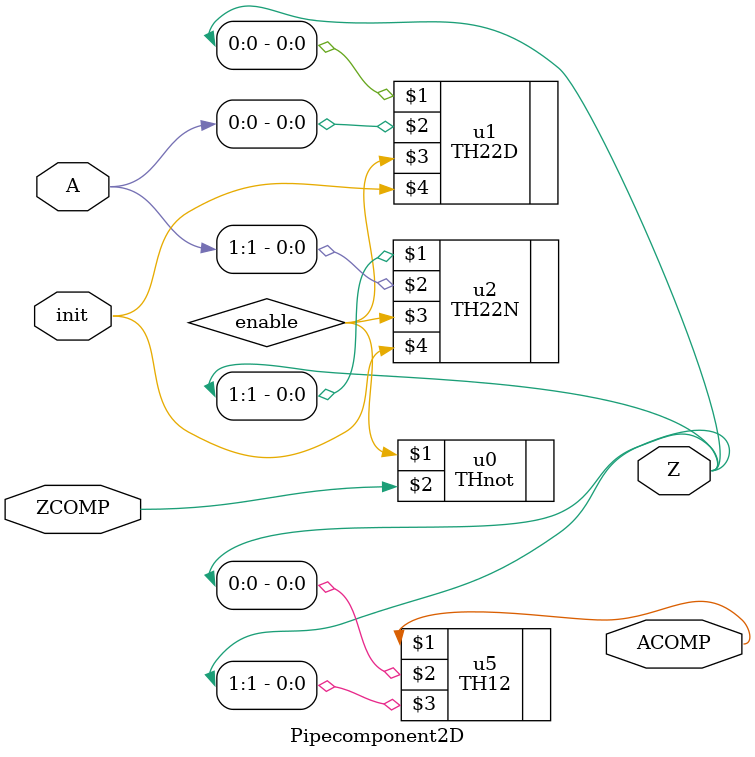
<source format=v>
`timescale 10ps / 1ps

module ring2gen (output wire [1:0] C, input TCOMP, input init);

wire [1:0] A;
wire [1:0] B;
wire [1:0] D;
wire ACOMP, BCOMP, CCOMP, DCOMP, CCOMP2;

// 4 stage ring
Pipecomponent2N u1(B, BCOMP, A, ACOMP, init);
Pipecomponent2 u2(C, CCOMP2, B, BCOMP, init);
Pipecomponent2shift u3(D, DCOMP, C, CCOMP, init);
Pipecomponent2D u4(A, ACOMP, D, DCOMP, init);
TH22 u5(CCOMP2, CCOMP, TCOMP);

endmodule

module Pipecomponent2(output [1:0] Z, input ZCOMP, input [1:0] A, output ACOMP, input init);
wire enable;
THnotN  u0(enable, ZCOMP, init);
TH22  u1(Z[0], A[0], enable);
TH22  u2(Z[1], A[1], enable);
TH12 u5 (ACOMP, Z[0], Z[1]);
endmodule

module Pipecomponent2shift(output [1:0] Z, input ZCOMP, input [1:0] A, output ACOMP, input init);
wire enable;
THnotN  u0(enable, ZCOMP, init);
TH22  u1(Z[0], A[1], enable);
TH22  u2(Z[1], A[0], enable);
TH12 u5 (ACOMP, Z[0], Z[1]);
endmodule


module Pipecomponent2N(output [1:0] Z, input ZCOMP, input [1:0] A, output ACOMP, input init);
wire enable;
THnotN  u0(enable, ZCOMP, init);
TH22N  u1(Z[0], A[0], enable, init);  // rotate rails
TH22  u2(Z[1], A[1], enable);
TH12 u5 (ACOMP, Z[0], Z[1]);
endmodule

module Pipecomponent2D(output [1:0] Z, input ZCOMP, input [1:0] A, output ACOMP, input init);
wire enable;
THnot  u0(enable, ZCOMP);
TH22D  u1(Z[0], A[0], enable, init);
TH22N  u2(Z[1], A[1], enable, init);
TH12 u5 (ACOMP, Z[0], Z[1]);
endmodule


</source>
